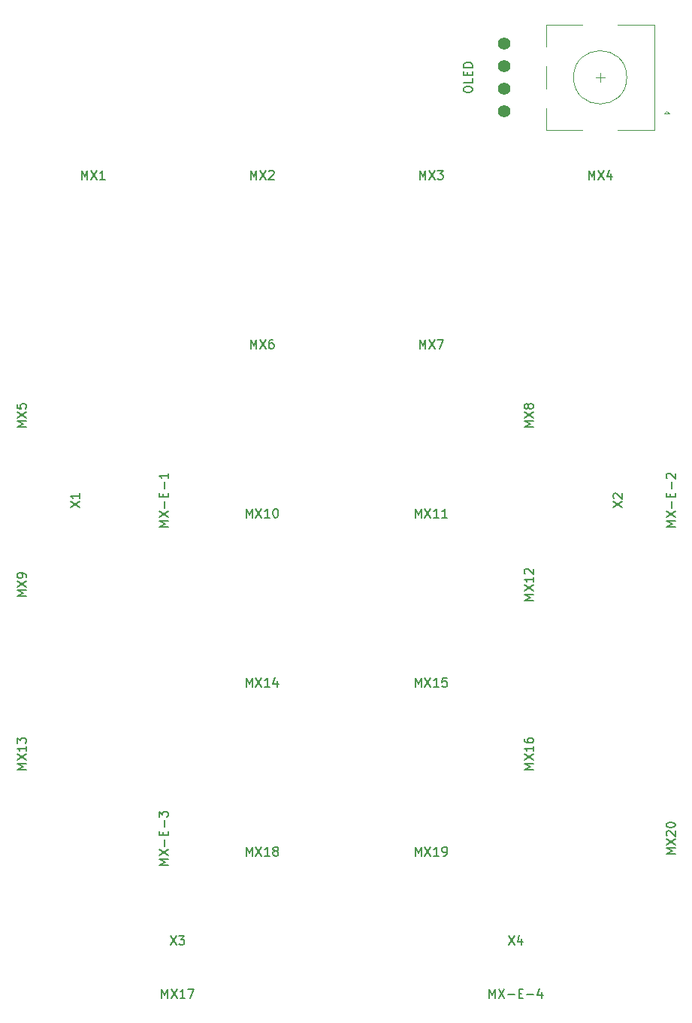
<source format=gbr>
%TF.GenerationSoftware,KiCad,Pcbnew,(6.0.7)*%
%TF.CreationDate,2022-10-13T01:40:36-05:00*%
%TF.ProjectId,Container65,436f6e74-6169-46e6-9572-36352e6b6963,rev?*%
%TF.SameCoordinates,Original*%
%TF.FileFunction,Legend,Top*%
%TF.FilePolarity,Positive*%
%FSLAX46Y46*%
G04 Gerber Fmt 4.6, Leading zero omitted, Abs format (unit mm)*
G04 Created by KiCad (PCBNEW (6.0.7)) date 2022-10-13 01:40:36*
%MOMM*%
%LPD*%
G01*
G04 APERTURE LIST*
%ADD10C,0.150000*%
%ADD11C,0.120000*%
%ADD12C,1.397000*%
G04 APERTURE END LIST*
D10*
%TO.C,MX5*%
X41664880Y-68754464D02*
X40664880Y-68754464D01*
X41379166Y-68421130D01*
X40664880Y-68087797D01*
X41664880Y-68087797D01*
X40664880Y-67706845D02*
X41664880Y-67040178D01*
X40664880Y-67040178D02*
X41664880Y-67706845D01*
X40664880Y-66183035D02*
X40664880Y-66659226D01*
X41141071Y-66706845D01*
X41093452Y-66659226D01*
X41045833Y-66563988D01*
X41045833Y-66325892D01*
X41093452Y-66230654D01*
X41141071Y-66183035D01*
X41236309Y-66135416D01*
X41474404Y-66135416D01*
X41569642Y-66183035D01*
X41617261Y-66230654D01*
X41664880Y-66325892D01*
X41664880Y-66563988D01*
X41617261Y-66659226D01*
X41569642Y-66706845D01*
%TO.C,X3*%
X57927976Y-126071130D02*
X58594642Y-127071130D01*
X58594642Y-126071130D02*
X57927976Y-127071130D01*
X58880357Y-126071130D02*
X59499404Y-126071130D01*
X59166071Y-126452083D01*
X59308928Y-126452083D01*
X59404166Y-126499702D01*
X59451785Y-126547321D01*
X59499404Y-126642559D01*
X59499404Y-126880654D01*
X59451785Y-126975892D01*
X59404166Y-127023511D01*
X59308928Y-127071130D01*
X59023214Y-127071130D01*
X58927976Y-127023511D01*
X58880357Y-126975892D01*
%TO.C,MX15*%
X85550595Y-98021130D02*
X85550595Y-97021130D01*
X85883928Y-97735416D01*
X86217261Y-97021130D01*
X86217261Y-98021130D01*
X86598214Y-97021130D02*
X87264880Y-98021130D01*
X87264880Y-97021130D02*
X86598214Y-98021130D01*
X88169642Y-98021130D02*
X87598214Y-98021130D01*
X87883928Y-98021130D02*
X87883928Y-97021130D01*
X87788690Y-97163988D01*
X87693452Y-97259226D01*
X87598214Y-97306845D01*
X89074404Y-97021130D02*
X88598214Y-97021130D01*
X88550595Y-97497321D01*
X88598214Y-97449702D01*
X88693452Y-97402083D01*
X88931547Y-97402083D01*
X89026785Y-97449702D01*
X89074404Y-97497321D01*
X89122023Y-97592559D01*
X89122023Y-97830654D01*
X89074404Y-97925892D01*
X89026785Y-97973511D01*
X88931547Y-98021130D01*
X88693452Y-98021130D01*
X88598214Y-97973511D01*
X88550595Y-97925892D01*
%TO.C,MX9*%
X41664880Y-87804464D02*
X40664880Y-87804464D01*
X41379166Y-87471130D01*
X40664880Y-87137797D01*
X41664880Y-87137797D01*
X40664880Y-86756845D02*
X41664880Y-86090178D01*
X40664880Y-86090178D02*
X41664880Y-86756845D01*
X41664880Y-85661607D02*
X41664880Y-85471130D01*
X41617261Y-85375892D01*
X41569642Y-85328273D01*
X41426785Y-85233035D01*
X41236309Y-85185416D01*
X40855357Y-85185416D01*
X40760119Y-85233035D01*
X40712500Y-85280654D01*
X40664880Y-85375892D01*
X40664880Y-85566369D01*
X40712500Y-85661607D01*
X40760119Y-85709226D01*
X40855357Y-85756845D01*
X41093452Y-85756845D01*
X41188690Y-85709226D01*
X41236309Y-85661607D01*
X41283928Y-85566369D01*
X41283928Y-85375892D01*
X41236309Y-85280654D01*
X41188690Y-85233035D01*
X41093452Y-85185416D01*
%TO.C,MX-E-1*%
X57664880Y-79969940D02*
X56664880Y-79969940D01*
X57379166Y-79636607D01*
X56664880Y-79303273D01*
X57664880Y-79303273D01*
X56664880Y-78922321D02*
X57664880Y-78255654D01*
X56664880Y-78255654D02*
X57664880Y-78922321D01*
X57283928Y-77874702D02*
X57283928Y-77112797D01*
X57141071Y-76636607D02*
X57141071Y-76303273D01*
X57664880Y-76160416D02*
X57664880Y-76636607D01*
X56664880Y-76636607D01*
X56664880Y-76160416D01*
X57283928Y-75731845D02*
X57283928Y-74969940D01*
X57664880Y-73969940D02*
X57664880Y-74541369D01*
X57664880Y-74255654D02*
X56664880Y-74255654D01*
X56807738Y-74350892D01*
X56902976Y-74446130D01*
X56950595Y-74541369D01*
%TO.C,X4*%
X96027976Y-126071130D02*
X96694642Y-127071130D01*
X96694642Y-126071130D02*
X96027976Y-127071130D01*
X97504166Y-126404464D02*
X97504166Y-127071130D01*
X97266071Y-126023511D02*
X97027976Y-126737797D01*
X97647023Y-126737797D01*
%TO.C,MX3*%
X86026785Y-40871130D02*
X86026785Y-39871130D01*
X86360119Y-40585416D01*
X86693452Y-39871130D01*
X86693452Y-40871130D01*
X87074404Y-39871130D02*
X87741071Y-40871130D01*
X87741071Y-39871130D02*
X87074404Y-40871130D01*
X88026785Y-39871130D02*
X88645833Y-39871130D01*
X88312500Y-40252083D01*
X88455357Y-40252083D01*
X88550595Y-40299702D01*
X88598214Y-40347321D01*
X88645833Y-40442559D01*
X88645833Y-40680654D01*
X88598214Y-40775892D01*
X88550595Y-40823511D01*
X88455357Y-40871130D01*
X88169642Y-40871130D01*
X88074404Y-40823511D01*
X88026785Y-40775892D01*
%TO.C,MX6*%
X66976785Y-59921130D02*
X66976785Y-58921130D01*
X67310119Y-59635416D01*
X67643452Y-58921130D01*
X67643452Y-59921130D01*
X68024404Y-58921130D02*
X68691071Y-59921130D01*
X68691071Y-58921130D02*
X68024404Y-59921130D01*
X69500595Y-58921130D02*
X69310119Y-58921130D01*
X69214880Y-58968750D01*
X69167261Y-59016369D01*
X69072023Y-59159226D01*
X69024404Y-59349702D01*
X69024404Y-59730654D01*
X69072023Y-59825892D01*
X69119642Y-59873511D01*
X69214880Y-59921130D01*
X69405357Y-59921130D01*
X69500595Y-59873511D01*
X69548214Y-59825892D01*
X69595833Y-59730654D01*
X69595833Y-59492559D01*
X69548214Y-59397321D01*
X69500595Y-59349702D01*
X69405357Y-59302083D01*
X69214880Y-59302083D01*
X69119642Y-59349702D01*
X69072023Y-59397321D01*
X69024404Y-59492559D01*
%TO.C,MX2*%
X66976785Y-40871130D02*
X66976785Y-39871130D01*
X67310119Y-40585416D01*
X67643452Y-39871130D01*
X67643452Y-40871130D01*
X68024404Y-39871130D02*
X68691071Y-40871130D01*
X68691071Y-39871130D02*
X68024404Y-40871130D01*
X69024404Y-39966369D02*
X69072023Y-39918750D01*
X69167261Y-39871130D01*
X69405357Y-39871130D01*
X69500595Y-39918750D01*
X69548214Y-39966369D01*
X69595833Y-40061607D01*
X69595833Y-40156845D01*
X69548214Y-40299702D01*
X68976785Y-40871130D01*
X69595833Y-40871130D01*
%TO.C,MX-E-4*%
X93861309Y-133071130D02*
X93861309Y-132071130D01*
X94194642Y-132785416D01*
X94527976Y-132071130D01*
X94527976Y-133071130D01*
X94908928Y-132071130D02*
X95575595Y-133071130D01*
X95575595Y-132071130D02*
X94908928Y-133071130D01*
X95956547Y-132690178D02*
X96718452Y-132690178D01*
X97194642Y-132547321D02*
X97527976Y-132547321D01*
X97670833Y-133071130D02*
X97194642Y-133071130D01*
X97194642Y-132071130D01*
X97670833Y-132071130D01*
X98099404Y-132690178D02*
X98861309Y-132690178D01*
X99766071Y-132404464D02*
X99766071Y-133071130D01*
X99527976Y-132023511D02*
X99289880Y-132737797D01*
X99908928Y-132737797D01*
%TO.C,X2*%
X107814880Y-77803273D02*
X108814880Y-77136607D01*
X107814880Y-77136607D02*
X108814880Y-77803273D01*
X107910119Y-76803273D02*
X107862500Y-76755654D01*
X107814880Y-76660416D01*
X107814880Y-76422321D01*
X107862500Y-76327083D01*
X107910119Y-76279464D01*
X108005357Y-76231845D01*
X108100595Y-76231845D01*
X108243452Y-76279464D01*
X108814880Y-76850892D01*
X108814880Y-76231845D01*
%TO.C,MX-E-2*%
X114814880Y-79969940D02*
X113814880Y-79969940D01*
X114529166Y-79636607D01*
X113814880Y-79303273D01*
X114814880Y-79303273D01*
X113814880Y-78922321D02*
X114814880Y-78255654D01*
X113814880Y-78255654D02*
X114814880Y-78922321D01*
X114433928Y-77874702D02*
X114433928Y-77112797D01*
X114291071Y-76636607D02*
X114291071Y-76303273D01*
X114814880Y-76160416D02*
X114814880Y-76636607D01*
X113814880Y-76636607D01*
X113814880Y-76160416D01*
X114433928Y-75731845D02*
X114433928Y-74969940D01*
X113910119Y-74541369D02*
X113862500Y-74493750D01*
X113814880Y-74398511D01*
X113814880Y-74160416D01*
X113862500Y-74065178D01*
X113910119Y-74017559D01*
X114005357Y-73969940D01*
X114100595Y-73969940D01*
X114243452Y-74017559D01*
X114814880Y-74588988D01*
X114814880Y-73969940D01*
%TO.C,MX14*%
X66500595Y-98021130D02*
X66500595Y-97021130D01*
X66833928Y-97735416D01*
X67167261Y-97021130D01*
X67167261Y-98021130D01*
X67548214Y-97021130D02*
X68214880Y-98021130D01*
X68214880Y-97021130D02*
X67548214Y-98021130D01*
X69119642Y-98021130D02*
X68548214Y-98021130D01*
X68833928Y-98021130D02*
X68833928Y-97021130D01*
X68738690Y-97163988D01*
X68643452Y-97259226D01*
X68548214Y-97306845D01*
X69976785Y-97354464D02*
X69976785Y-98021130D01*
X69738690Y-96973511D02*
X69500595Y-97687797D01*
X70119642Y-97687797D01*
%TO.C,MX11*%
X85550595Y-78971130D02*
X85550595Y-77971130D01*
X85883928Y-78685416D01*
X86217261Y-77971130D01*
X86217261Y-78971130D01*
X86598214Y-77971130D02*
X87264880Y-78971130D01*
X87264880Y-77971130D02*
X86598214Y-78971130D01*
X88169642Y-78971130D02*
X87598214Y-78971130D01*
X87883928Y-78971130D02*
X87883928Y-77971130D01*
X87788690Y-78113988D01*
X87693452Y-78209226D01*
X87598214Y-78256845D01*
X89122023Y-78971130D02*
X88550595Y-78971130D01*
X88836309Y-78971130D02*
X88836309Y-77971130D01*
X88741071Y-78113988D01*
X88645833Y-78209226D01*
X88550595Y-78256845D01*
%TO.C,MX17*%
X56975595Y-133071130D02*
X56975595Y-132071130D01*
X57308928Y-132785416D01*
X57642261Y-132071130D01*
X57642261Y-133071130D01*
X58023214Y-132071130D02*
X58689880Y-133071130D01*
X58689880Y-132071130D02*
X58023214Y-133071130D01*
X59594642Y-133071130D02*
X59023214Y-133071130D01*
X59308928Y-133071130D02*
X59308928Y-132071130D01*
X59213690Y-132213988D01*
X59118452Y-132309226D01*
X59023214Y-132356845D01*
X59927976Y-132071130D02*
X60594642Y-132071130D01*
X60166071Y-133071130D01*
%TO.C,MX16*%
X98814880Y-107330654D02*
X97814880Y-107330654D01*
X98529166Y-106997321D01*
X97814880Y-106663988D01*
X98814880Y-106663988D01*
X97814880Y-106283035D02*
X98814880Y-105616369D01*
X97814880Y-105616369D02*
X98814880Y-106283035D01*
X98814880Y-104711607D02*
X98814880Y-105283035D01*
X98814880Y-104997321D02*
X97814880Y-104997321D01*
X97957738Y-105092559D01*
X98052976Y-105187797D01*
X98100595Y-105283035D01*
X97814880Y-103854464D02*
X97814880Y-104044940D01*
X97862500Y-104140178D01*
X97910119Y-104187797D01*
X98052976Y-104283035D01*
X98243452Y-104330654D01*
X98624404Y-104330654D01*
X98719642Y-104283035D01*
X98767261Y-104235416D01*
X98814880Y-104140178D01*
X98814880Y-103949702D01*
X98767261Y-103854464D01*
X98719642Y-103806845D01*
X98624404Y-103759226D01*
X98386309Y-103759226D01*
X98291071Y-103806845D01*
X98243452Y-103854464D01*
X98195833Y-103949702D01*
X98195833Y-104140178D01*
X98243452Y-104235416D01*
X98291071Y-104283035D01*
X98386309Y-104330654D01*
%TO.C,X1*%
X46664880Y-77803273D02*
X47664880Y-77136607D01*
X46664880Y-77136607D02*
X47664880Y-77803273D01*
X47664880Y-76231845D02*
X47664880Y-76803273D01*
X47664880Y-76517559D02*
X46664880Y-76517559D01*
X46807738Y-76612797D01*
X46902976Y-76708035D01*
X46950595Y-76803273D01*
%TO.C,MX12*%
X98814880Y-88280654D02*
X97814880Y-88280654D01*
X98529166Y-87947321D01*
X97814880Y-87613988D01*
X98814880Y-87613988D01*
X97814880Y-87233035D02*
X98814880Y-86566369D01*
X97814880Y-86566369D02*
X98814880Y-87233035D01*
X98814880Y-85661607D02*
X98814880Y-86233035D01*
X98814880Y-85947321D02*
X97814880Y-85947321D01*
X97957738Y-86042559D01*
X98052976Y-86137797D01*
X98100595Y-86233035D01*
X97910119Y-85280654D02*
X97862500Y-85233035D01*
X97814880Y-85137797D01*
X97814880Y-84899702D01*
X97862500Y-84804464D01*
X97910119Y-84756845D01*
X98005357Y-84709226D01*
X98100595Y-84709226D01*
X98243452Y-84756845D01*
X98814880Y-85328273D01*
X98814880Y-84709226D01*
%TO.C,MX18*%
X66500595Y-117071130D02*
X66500595Y-116071130D01*
X66833928Y-116785416D01*
X67167261Y-116071130D01*
X67167261Y-117071130D01*
X67548214Y-116071130D02*
X68214880Y-117071130D01*
X68214880Y-116071130D02*
X67548214Y-117071130D01*
X69119642Y-117071130D02*
X68548214Y-117071130D01*
X68833928Y-117071130D02*
X68833928Y-116071130D01*
X68738690Y-116213988D01*
X68643452Y-116309226D01*
X68548214Y-116356845D01*
X69691071Y-116499702D02*
X69595833Y-116452083D01*
X69548214Y-116404464D01*
X69500595Y-116309226D01*
X69500595Y-116261607D01*
X69548214Y-116166369D01*
X69595833Y-116118750D01*
X69691071Y-116071130D01*
X69881547Y-116071130D01*
X69976785Y-116118750D01*
X70024404Y-116166369D01*
X70072023Y-116261607D01*
X70072023Y-116309226D01*
X70024404Y-116404464D01*
X69976785Y-116452083D01*
X69881547Y-116499702D01*
X69691071Y-116499702D01*
X69595833Y-116547321D01*
X69548214Y-116594940D01*
X69500595Y-116690178D01*
X69500595Y-116880654D01*
X69548214Y-116975892D01*
X69595833Y-117023511D01*
X69691071Y-117071130D01*
X69881547Y-117071130D01*
X69976785Y-117023511D01*
X70024404Y-116975892D01*
X70072023Y-116880654D01*
X70072023Y-116690178D01*
X70024404Y-116594940D01*
X69976785Y-116547321D01*
X69881547Y-116499702D01*
%TO.C,MX10*%
X66500595Y-78971130D02*
X66500595Y-77971130D01*
X66833928Y-78685416D01*
X67167261Y-77971130D01*
X67167261Y-78971130D01*
X67548214Y-77971130D02*
X68214880Y-78971130D01*
X68214880Y-77971130D02*
X67548214Y-78971130D01*
X69119642Y-78971130D02*
X68548214Y-78971130D01*
X68833928Y-78971130D02*
X68833928Y-77971130D01*
X68738690Y-78113988D01*
X68643452Y-78209226D01*
X68548214Y-78256845D01*
X69738690Y-77971130D02*
X69833928Y-77971130D01*
X69929166Y-78018750D01*
X69976785Y-78066369D01*
X70024404Y-78161607D01*
X70072023Y-78352083D01*
X70072023Y-78590178D01*
X70024404Y-78780654D01*
X69976785Y-78875892D01*
X69929166Y-78923511D01*
X69833928Y-78971130D01*
X69738690Y-78971130D01*
X69643452Y-78923511D01*
X69595833Y-78875892D01*
X69548214Y-78780654D01*
X69500595Y-78590178D01*
X69500595Y-78352083D01*
X69548214Y-78161607D01*
X69595833Y-78066369D01*
X69643452Y-78018750D01*
X69738690Y-77971130D01*
%TO.C,MX20*%
X114814880Y-116855654D02*
X113814880Y-116855654D01*
X114529166Y-116522321D01*
X113814880Y-116188988D01*
X114814880Y-116188988D01*
X113814880Y-115808035D02*
X114814880Y-115141369D01*
X113814880Y-115141369D02*
X114814880Y-115808035D01*
X113910119Y-114808035D02*
X113862500Y-114760416D01*
X113814880Y-114665178D01*
X113814880Y-114427083D01*
X113862500Y-114331845D01*
X113910119Y-114284226D01*
X114005357Y-114236607D01*
X114100595Y-114236607D01*
X114243452Y-114284226D01*
X114814880Y-114855654D01*
X114814880Y-114236607D01*
X113814880Y-113617559D02*
X113814880Y-113522321D01*
X113862500Y-113427083D01*
X113910119Y-113379464D01*
X114005357Y-113331845D01*
X114195833Y-113284226D01*
X114433928Y-113284226D01*
X114624404Y-113331845D01*
X114719642Y-113379464D01*
X114767261Y-113427083D01*
X114814880Y-113522321D01*
X114814880Y-113617559D01*
X114767261Y-113712797D01*
X114719642Y-113760416D01*
X114624404Y-113808035D01*
X114433928Y-113855654D01*
X114195833Y-113855654D01*
X114005357Y-113808035D01*
X113910119Y-113760416D01*
X113862500Y-113712797D01*
X113814880Y-113617559D01*
%TO.C,MX8*%
X98814880Y-68754464D02*
X97814880Y-68754464D01*
X98529166Y-68421130D01*
X97814880Y-68087797D01*
X98814880Y-68087797D01*
X97814880Y-67706845D02*
X98814880Y-67040178D01*
X97814880Y-67040178D02*
X98814880Y-67706845D01*
X98243452Y-66516369D02*
X98195833Y-66611607D01*
X98148214Y-66659226D01*
X98052976Y-66706845D01*
X98005357Y-66706845D01*
X97910119Y-66659226D01*
X97862500Y-66611607D01*
X97814880Y-66516369D01*
X97814880Y-66325892D01*
X97862500Y-66230654D01*
X97910119Y-66183035D01*
X98005357Y-66135416D01*
X98052976Y-66135416D01*
X98148214Y-66183035D01*
X98195833Y-66230654D01*
X98243452Y-66325892D01*
X98243452Y-66516369D01*
X98291071Y-66611607D01*
X98338690Y-66659226D01*
X98433928Y-66706845D01*
X98624404Y-66706845D01*
X98719642Y-66659226D01*
X98767261Y-66611607D01*
X98814880Y-66516369D01*
X98814880Y-66325892D01*
X98767261Y-66230654D01*
X98719642Y-66183035D01*
X98624404Y-66135416D01*
X98433928Y-66135416D01*
X98338690Y-66183035D01*
X98291071Y-66230654D01*
X98243452Y-66325892D01*
%TO.C,MX7*%
X86026785Y-59921130D02*
X86026785Y-58921130D01*
X86360119Y-59635416D01*
X86693452Y-58921130D01*
X86693452Y-59921130D01*
X87074404Y-58921130D02*
X87741071Y-59921130D01*
X87741071Y-58921130D02*
X87074404Y-59921130D01*
X88026785Y-58921130D02*
X88693452Y-58921130D01*
X88264880Y-59921130D01*
%TO.C,MX19*%
X85550595Y-117071130D02*
X85550595Y-116071130D01*
X85883928Y-116785416D01*
X86217261Y-116071130D01*
X86217261Y-117071130D01*
X86598214Y-116071130D02*
X87264880Y-117071130D01*
X87264880Y-116071130D02*
X86598214Y-117071130D01*
X88169642Y-117071130D02*
X87598214Y-117071130D01*
X87883928Y-117071130D02*
X87883928Y-116071130D01*
X87788690Y-116213988D01*
X87693452Y-116309226D01*
X87598214Y-116356845D01*
X88645833Y-117071130D02*
X88836309Y-117071130D01*
X88931547Y-117023511D01*
X88979166Y-116975892D01*
X89074404Y-116833035D01*
X89122023Y-116642559D01*
X89122023Y-116261607D01*
X89074404Y-116166369D01*
X89026785Y-116118750D01*
X88931547Y-116071130D01*
X88741071Y-116071130D01*
X88645833Y-116118750D01*
X88598214Y-116166369D01*
X88550595Y-116261607D01*
X88550595Y-116499702D01*
X88598214Y-116594940D01*
X88645833Y-116642559D01*
X88741071Y-116690178D01*
X88931547Y-116690178D01*
X89026785Y-116642559D01*
X89074404Y-116594940D01*
X89122023Y-116499702D01*
%TO.C,MX4*%
X105076785Y-40871130D02*
X105076785Y-39871130D01*
X105410119Y-40585416D01*
X105743452Y-39871130D01*
X105743452Y-40871130D01*
X106124404Y-39871130D02*
X106791071Y-40871130D01*
X106791071Y-39871130D02*
X106124404Y-40871130D01*
X107600595Y-40204464D02*
X107600595Y-40871130D01*
X107362500Y-39823511D02*
X107124404Y-40537797D01*
X107743452Y-40537797D01*
%TO.C,OL1*%
X90957380Y-30821130D02*
X90957380Y-30630654D01*
X91005000Y-30535416D01*
X91100238Y-30440178D01*
X91290714Y-30392559D01*
X91624047Y-30392559D01*
X91814523Y-30440178D01*
X91909761Y-30535416D01*
X91957380Y-30630654D01*
X91957380Y-30821130D01*
X91909761Y-30916369D01*
X91814523Y-31011607D01*
X91624047Y-31059226D01*
X91290714Y-31059226D01*
X91100238Y-31011607D01*
X91005000Y-30916369D01*
X90957380Y-30821130D01*
X91957380Y-29487797D02*
X91957380Y-29963988D01*
X90957380Y-29963988D01*
X91433571Y-29154464D02*
X91433571Y-28821130D01*
X91957380Y-28678273D02*
X91957380Y-29154464D01*
X90957380Y-29154464D01*
X90957380Y-28678273D01*
X91957380Y-28249702D02*
X90957380Y-28249702D01*
X90957380Y-28011607D01*
X91005000Y-27868750D01*
X91100238Y-27773511D01*
X91195476Y-27725892D01*
X91385952Y-27678273D01*
X91528809Y-27678273D01*
X91719285Y-27725892D01*
X91814523Y-27773511D01*
X91909761Y-27868750D01*
X91957380Y-28011607D01*
X91957380Y-28249702D01*
%TO.C,MX1*%
X47926785Y-40871130D02*
X47926785Y-39871130D01*
X48260119Y-40585416D01*
X48593452Y-39871130D01*
X48593452Y-40871130D01*
X48974404Y-39871130D02*
X49641071Y-40871130D01*
X49641071Y-39871130D02*
X48974404Y-40871130D01*
X50545833Y-40871130D02*
X49974404Y-40871130D01*
X50260119Y-40871130D02*
X50260119Y-39871130D01*
X50164880Y-40013988D01*
X50069642Y-40109226D01*
X49974404Y-40156845D01*
%TO.C,MX-E-3*%
X57664880Y-118069940D02*
X56664880Y-118069940D01*
X57379166Y-117736607D01*
X56664880Y-117403273D01*
X57664880Y-117403273D01*
X56664880Y-117022321D02*
X57664880Y-116355654D01*
X56664880Y-116355654D02*
X57664880Y-117022321D01*
X57283928Y-115974702D02*
X57283928Y-115212797D01*
X57141071Y-114736607D02*
X57141071Y-114403273D01*
X57664880Y-114260416D02*
X57664880Y-114736607D01*
X56664880Y-114736607D01*
X56664880Y-114260416D01*
X57283928Y-113831845D02*
X57283928Y-113069940D01*
X56664880Y-112688988D02*
X56664880Y-112069940D01*
X57045833Y-112403273D01*
X57045833Y-112260416D01*
X57093452Y-112165178D01*
X57141071Y-112117559D01*
X57236309Y-112069940D01*
X57474404Y-112069940D01*
X57569642Y-112117559D01*
X57617261Y-112165178D01*
X57664880Y-112260416D01*
X57664880Y-112546130D01*
X57617261Y-112641369D01*
X57569642Y-112688988D01*
%TO.C,MX13*%
X41664880Y-107330654D02*
X40664880Y-107330654D01*
X41379166Y-106997321D01*
X40664880Y-106663988D01*
X41664880Y-106663988D01*
X40664880Y-106283035D02*
X41664880Y-105616369D01*
X40664880Y-105616369D02*
X41664880Y-106283035D01*
X41664880Y-104711607D02*
X41664880Y-105283035D01*
X41664880Y-104997321D02*
X40664880Y-104997321D01*
X40807738Y-105092559D01*
X40902976Y-105187797D01*
X40950595Y-105283035D01*
X40664880Y-104378273D02*
X40664880Y-103759226D01*
X41045833Y-104092559D01*
X41045833Y-103949702D01*
X41093452Y-103854464D01*
X41141071Y-103806845D01*
X41236309Y-103759226D01*
X41474404Y-103759226D01*
X41569642Y-103806845D01*
X41617261Y-103854464D01*
X41664880Y-103949702D01*
X41664880Y-104235416D01*
X41617261Y-104330654D01*
X41569642Y-104378273D01*
D11*
%TO.C,SW1*%
X100262500Y-23468750D02*
X104362500Y-23468750D01*
X106862500Y-29368750D02*
X105862500Y-29368750D01*
X113862500Y-33168750D02*
X114162500Y-33468750D01*
X112462500Y-35268750D02*
X112462500Y-23468750D01*
X100262500Y-25868750D02*
X100262500Y-23468750D01*
X114162500Y-33468750D02*
X113562500Y-33468750D01*
X100262500Y-30668750D02*
X100262500Y-28068750D01*
X106362500Y-29868750D02*
X106362500Y-28868750D01*
X108362500Y-35268750D02*
X112462500Y-35268750D01*
X108362500Y-23468750D02*
X112462500Y-23468750D01*
X113562500Y-33468750D02*
X113862500Y-33168750D01*
X100262500Y-35268750D02*
X100262500Y-32868750D01*
X104362500Y-35268750D02*
X100262500Y-35268750D01*
X109362500Y-29368750D02*
G75*
G03*
X109362500Y-29368750I-3000000J0D01*
G01*
%TD*%
D12*
%TO.C,OL1*%
X95517500Y-33178750D03*
X95517500Y-30638750D03*
X95517500Y-28098750D03*
X95517500Y-25558750D03*
%TD*%
M02*

</source>
